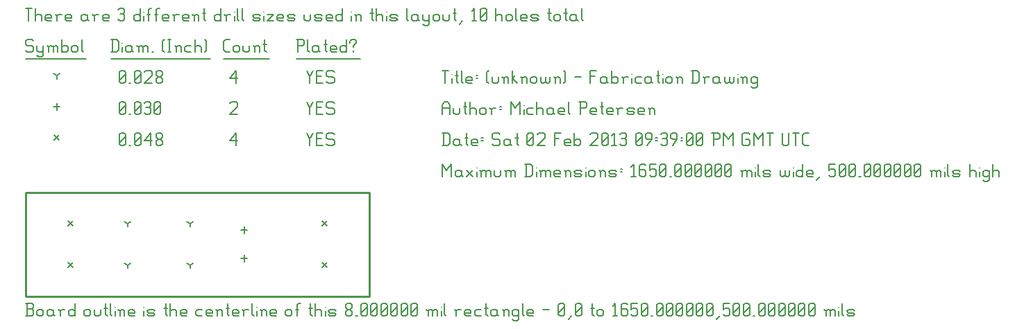
<source format=gbr>
G04 start of page 9 for group -3984 idx -3984 *
G04 Title: (unknown), fab *
G04 Creator: pcb 20110918 *
G04 CreationDate: Sat 02 Feb 2013 09:39:00 PM GMT UTC *
G04 For: petersen *
G04 Format: Gerber/RS-274X *
G04 PCB-Dimensions: 165000 50000 *
G04 PCB-Coordinate-Origin: lower left *
%MOIN*%
%FSLAX25Y25*%
%LNFAB*%
%ADD39C,0.0100*%
%ADD38C,0.0075*%
%ADD37C,0.0060*%
%ADD36C,0.0080*%
G54D36*X20300Y36200D02*X22700Y33800D01*
X20300D02*X22700Y36200D01*
X20300Y16200D02*X22700Y13800D01*
X20300D02*X22700Y16200D01*
X142300D02*X144700Y13800D01*
X142300D02*X144700Y16200D01*
X142300Y36200D02*X144700Y33800D01*
X142300D02*X144700Y36200D01*
X13800Y77450D02*X16200Y75050D01*
X13800D02*X16200Y77450D01*
G54D37*X135000Y78500D02*X136500Y75500D01*
X138000Y78500D01*
X136500Y75500D02*Y72500D01*
X139800Y75800D02*X142050D01*
X139800Y72500D02*X142800D01*
X139800Y78500D02*Y72500D01*
Y78500D02*X142800D01*
X147600D02*X148350Y77750D01*
X145350Y78500D02*X147600D01*
X144600Y77750D02*X145350Y78500D01*
X144600Y77750D02*Y76250D01*
X145350Y75500D01*
X147600D01*
X148350Y74750D01*
Y73250D01*
X147600Y72500D02*X148350Y73250D01*
X145350Y72500D02*X147600D01*
X144600Y73250D02*X145350Y72500D01*
X98000Y74750D02*X101000Y78500D01*
X98000Y74750D02*X101750D01*
X101000Y78500D02*Y72500D01*
X45000Y73250D02*X45750Y72500D01*
X45000Y77750D02*Y73250D01*
Y77750D02*X45750Y78500D01*
X47250D01*
X48000Y77750D01*
Y73250D01*
X47250Y72500D02*X48000Y73250D01*
X45750Y72500D02*X47250D01*
X45000Y74000D02*X48000Y77000D01*
X49800Y72500D02*X50550D01*
X52350Y73250D02*X53100Y72500D01*
X52350Y77750D02*Y73250D01*
Y77750D02*X53100Y78500D01*
X54600D01*
X55350Y77750D01*
Y73250D01*
X54600Y72500D02*X55350Y73250D01*
X53100Y72500D02*X54600D01*
X52350Y74000D02*X55350Y77000D01*
X57150Y74750D02*X60150Y78500D01*
X57150Y74750D02*X60900D01*
X60150Y78500D02*Y72500D01*
X62700Y73250D02*X63450Y72500D01*
X62700Y74450D02*Y73250D01*
Y74450D02*X63750Y75500D01*
X64650D01*
X65700Y74450D01*
Y73250D01*
X64950Y72500D02*X65700Y73250D01*
X63450Y72500D02*X64950D01*
X62700Y76550D02*X63750Y75500D01*
X62700Y77750D02*Y76550D01*
Y77750D02*X63450Y78500D01*
X64950D01*
X65700Y77750D01*
Y76550D01*
X64650Y75500D02*X65700Y76550D01*
X105000Y19700D02*Y16500D01*
X103400Y18100D02*X106600D01*
X105000Y33500D02*Y30300D01*
X103400Y31900D02*X106600D01*
X15000Y92850D02*Y89650D01*
X13400Y91250D02*X16600D01*
X135000Y93500D02*X136500Y90500D01*
X138000Y93500D01*
X136500Y90500D02*Y87500D01*
X139800Y90800D02*X142050D01*
X139800Y87500D02*X142800D01*
X139800Y93500D02*Y87500D01*
Y93500D02*X142800D01*
X147600D02*X148350Y92750D01*
X145350Y93500D02*X147600D01*
X144600Y92750D02*X145350Y93500D01*
X144600Y92750D02*Y91250D01*
X145350Y90500D01*
X147600D01*
X148350Y89750D01*
Y88250D01*
X147600Y87500D02*X148350Y88250D01*
X145350Y87500D02*X147600D01*
X144600Y88250D02*X145350Y87500D01*
X98000Y92750D02*X98750Y93500D01*
X101000D01*
X101750Y92750D01*
Y91250D01*
X98000Y87500D02*X101750Y91250D01*
X98000Y87500D02*X101750D01*
X45000Y88250D02*X45750Y87500D01*
X45000Y92750D02*Y88250D01*
Y92750D02*X45750Y93500D01*
X47250D01*
X48000Y92750D01*
Y88250D01*
X47250Y87500D02*X48000Y88250D01*
X45750Y87500D02*X47250D01*
X45000Y89000D02*X48000Y92000D01*
X49800Y87500D02*X50550D01*
X52350Y88250D02*X53100Y87500D01*
X52350Y92750D02*Y88250D01*
Y92750D02*X53100Y93500D01*
X54600D01*
X55350Y92750D01*
Y88250D01*
X54600Y87500D02*X55350Y88250D01*
X53100Y87500D02*X54600D01*
X52350Y89000D02*X55350Y92000D01*
X57150Y92750D02*X57900Y93500D01*
X59400D01*
X60150Y92750D01*
X59400Y87500D02*X60150Y88250D01*
X57900Y87500D02*X59400D01*
X57150Y88250D02*X57900Y87500D01*
Y90800D02*X59400D01*
X60150Y92750D02*Y91550D01*
Y90050D02*Y88250D01*
Y90050D02*X59400Y90800D01*
X60150Y91550D02*X59400Y90800D01*
X61950Y88250D02*X62700Y87500D01*
X61950Y92750D02*Y88250D01*
Y92750D02*X62700Y93500D01*
X64200D01*
X64950Y92750D01*
Y88250D01*
X64200Y87500D02*X64950Y88250D01*
X62700Y87500D02*X64200D01*
X61950Y89000D02*X64950Y92000D01*
X49000Y35000D02*Y33400D01*
Y35000D02*X50387Y35800D01*
X49000Y35000D02*X47613Y35800D01*
X49000Y15000D02*Y13400D01*
Y15000D02*X50387Y15800D01*
X49000Y15000D02*X47613Y15800D01*
X79000Y15000D02*Y13400D01*
Y15000D02*X80387Y15800D01*
X79000Y15000D02*X77613Y15800D01*
X79000Y35000D02*Y33400D01*
Y35000D02*X80387Y35800D01*
X79000Y35000D02*X77613Y35800D01*
X15000Y106250D02*Y104650D01*
Y106250D02*X16387Y107050D01*
X15000Y106250D02*X13613Y107050D01*
X135000Y108500D02*X136500Y105500D01*
X138000Y108500D01*
X136500Y105500D02*Y102500D01*
X139800Y105800D02*X142050D01*
X139800Y102500D02*X142800D01*
X139800Y108500D02*Y102500D01*
Y108500D02*X142800D01*
X147600D02*X148350Y107750D01*
X145350Y108500D02*X147600D01*
X144600Y107750D02*X145350Y108500D01*
X144600Y107750D02*Y106250D01*
X145350Y105500D01*
X147600D01*
X148350Y104750D01*
Y103250D01*
X147600Y102500D02*X148350Y103250D01*
X145350Y102500D02*X147600D01*
X144600Y103250D02*X145350Y102500D01*
X98000Y104750D02*X101000Y108500D01*
X98000Y104750D02*X101750D01*
X101000Y108500D02*Y102500D01*
X45000Y103250D02*X45750Y102500D01*
X45000Y107750D02*Y103250D01*
Y107750D02*X45750Y108500D01*
X47250D01*
X48000Y107750D01*
Y103250D01*
X47250Y102500D02*X48000Y103250D01*
X45750Y102500D02*X47250D01*
X45000Y104000D02*X48000Y107000D01*
X49800Y102500D02*X50550D01*
X52350Y103250D02*X53100Y102500D01*
X52350Y107750D02*Y103250D01*
Y107750D02*X53100Y108500D01*
X54600D01*
X55350Y107750D01*
Y103250D01*
X54600Y102500D02*X55350Y103250D01*
X53100Y102500D02*X54600D01*
X52350Y104000D02*X55350Y107000D01*
X57150Y107750D02*X57900Y108500D01*
X60150D01*
X60900Y107750D01*
Y106250D01*
X57150Y102500D02*X60900Y106250D01*
X57150Y102500D02*X60900D01*
X62700Y103250D02*X63450Y102500D01*
X62700Y104450D02*Y103250D01*
Y104450D02*X63750Y105500D01*
X64650D01*
X65700Y104450D01*
Y103250D01*
X64950Y102500D02*X65700Y103250D01*
X63450Y102500D02*X64950D01*
X62700Y106550D02*X63750Y105500D01*
X62700Y107750D02*Y106550D01*
Y107750D02*X63450Y108500D01*
X64950D01*
X65700Y107750D01*
Y106550D01*
X64650Y105500D02*X65700Y106550D01*
X3000Y123500D02*X3750Y122750D01*
X750Y123500D02*X3000D01*
X0Y122750D02*X750Y123500D01*
X0Y122750D02*Y121250D01*
X750Y120500D01*
X3000D01*
X3750Y119750D01*
Y118250D01*
X3000Y117500D02*X3750Y118250D01*
X750Y117500D02*X3000D01*
X0Y118250D02*X750Y117500D01*
X5550Y120500D02*Y118250D01*
X6300Y117500D01*
X8550Y120500D02*Y116000D01*
X7800Y115250D02*X8550Y116000D01*
X6300Y115250D02*X7800D01*
X5550Y116000D02*X6300Y115250D01*
Y117500D02*X7800D01*
X8550Y118250D01*
X11100Y119750D02*Y117500D01*
Y119750D02*X11850Y120500D01*
X12600D01*
X13350Y119750D01*
Y117500D01*
Y119750D02*X14100Y120500D01*
X14850D01*
X15600Y119750D01*
Y117500D01*
X10350Y120500D02*X11100Y119750D01*
X17400Y123500D02*Y117500D01*
Y118250D02*X18150Y117500D01*
X19650D01*
X20400Y118250D01*
Y119750D02*Y118250D01*
X19650Y120500D02*X20400Y119750D01*
X18150Y120500D02*X19650D01*
X17400Y119750D02*X18150Y120500D01*
X22200Y119750D02*Y118250D01*
Y119750D02*X22950Y120500D01*
X24450D01*
X25200Y119750D01*
Y118250D01*
X24450Y117500D02*X25200Y118250D01*
X22950Y117500D02*X24450D01*
X22200Y118250D02*X22950Y117500D01*
X27000Y123500D02*Y118250D01*
X27750Y117500D01*
X0Y114250D02*X29250D01*
X41750Y123500D02*Y117500D01*
X43700Y123500D02*X44750Y122450D01*
Y118550D01*
X43700Y117500D02*X44750Y118550D01*
X41000Y117500D02*X43700D01*
X41000Y123500D02*X43700D01*
G54D38*X46550Y122000D02*Y121850D01*
G54D37*Y119750D02*Y117500D01*
X50300Y120500D02*X51050Y119750D01*
X48800Y120500D02*X50300D01*
X48050Y119750D02*X48800Y120500D01*
X48050Y119750D02*Y118250D01*
X48800Y117500D01*
X51050Y120500D02*Y118250D01*
X51800Y117500D01*
X48800D02*X50300D01*
X51050Y118250D01*
X54350Y119750D02*Y117500D01*
Y119750D02*X55100Y120500D01*
X55850D01*
X56600Y119750D01*
Y117500D01*
Y119750D02*X57350Y120500D01*
X58100D01*
X58850Y119750D01*
Y117500D01*
X53600Y120500D02*X54350Y119750D01*
X60650Y117500D02*X61400D01*
X65900Y118250D02*X66650Y117500D01*
X65900Y122750D02*X66650Y123500D01*
X65900Y122750D02*Y118250D01*
X68450Y123500D02*X69950D01*
X69200D02*Y117500D01*
X68450D02*X69950D01*
X72500Y119750D02*Y117500D01*
Y119750D02*X73250Y120500D01*
X74000D01*
X74750Y119750D01*
Y117500D01*
X71750Y120500D02*X72500Y119750D01*
X77300Y120500D02*X79550D01*
X76550Y119750D02*X77300Y120500D01*
X76550Y119750D02*Y118250D01*
X77300Y117500D01*
X79550D01*
X81350Y123500D02*Y117500D01*
Y119750D02*X82100Y120500D01*
X83600D01*
X84350Y119750D01*
Y117500D01*
X86150Y123500D02*X86900Y122750D01*
Y118250D01*
X86150Y117500D02*X86900Y118250D01*
X41000Y114250D02*X88700D01*
X96050Y117500D02*X98000D01*
X95000Y118550D02*X96050Y117500D01*
X95000Y122450D02*Y118550D01*
Y122450D02*X96050Y123500D01*
X98000D01*
X99800Y119750D02*Y118250D01*
Y119750D02*X100550Y120500D01*
X102050D01*
X102800Y119750D01*
Y118250D01*
X102050Y117500D02*X102800Y118250D01*
X100550Y117500D02*X102050D01*
X99800Y118250D02*X100550Y117500D01*
X104600Y120500D02*Y118250D01*
X105350Y117500D01*
X106850D01*
X107600Y118250D01*
Y120500D02*Y118250D01*
X110150Y119750D02*Y117500D01*
Y119750D02*X110900Y120500D01*
X111650D01*
X112400Y119750D01*
Y117500D01*
X109400Y120500D02*X110150Y119750D01*
X114950Y123500D02*Y118250D01*
X115700Y117500D01*
X114200Y121250D02*X115700D01*
X95000Y114250D02*X117200D01*
X130750Y123500D02*Y117500D01*
X130000Y123500D02*X133000D01*
X133750Y122750D01*
Y121250D01*
X133000Y120500D02*X133750Y121250D01*
X130750Y120500D02*X133000D01*
X135550Y123500D02*Y118250D01*
X136300Y117500D01*
X140050Y120500D02*X140800Y119750D01*
X138550Y120500D02*X140050D01*
X137800Y119750D02*X138550Y120500D01*
X137800Y119750D02*Y118250D01*
X138550Y117500D01*
X140800Y120500D02*Y118250D01*
X141550Y117500D01*
X138550D02*X140050D01*
X140800Y118250D01*
X144100Y123500D02*Y118250D01*
X144850Y117500D01*
X143350Y121250D02*X144850D01*
X147100Y117500D02*X149350D01*
X146350Y118250D02*X147100Y117500D01*
X146350Y119750D02*Y118250D01*
Y119750D02*X147100Y120500D01*
X148600D01*
X149350Y119750D01*
X146350Y119000D02*X149350D01*
Y119750D02*Y119000D01*
X154150Y123500D02*Y117500D01*
X153400D02*X154150Y118250D01*
X151900Y117500D02*X153400D01*
X151150Y118250D02*X151900Y117500D01*
X151150Y119750D02*Y118250D01*
Y119750D02*X151900Y120500D01*
X153400D01*
X154150Y119750D01*
X157450Y120500D02*Y119750D01*
Y118250D02*Y117500D01*
X155950Y122750D02*Y122000D01*
Y122750D02*X156700Y123500D01*
X158200D01*
X158950Y122750D01*
Y122000D01*
X157450Y120500D02*X158950Y122000D01*
X130000Y114250D02*X160750D01*
X0Y138500D02*X3000D01*
X1500D02*Y132500D01*
X4800Y138500D02*Y132500D01*
Y134750D02*X5550Y135500D01*
X7050D01*
X7800Y134750D01*
Y132500D01*
X10350D02*X12600D01*
X9600Y133250D02*X10350Y132500D01*
X9600Y134750D02*Y133250D01*
Y134750D02*X10350Y135500D01*
X11850D01*
X12600Y134750D01*
X9600Y134000D02*X12600D01*
Y134750D02*Y134000D01*
X15150Y134750D02*Y132500D01*
Y134750D02*X15900Y135500D01*
X17400D01*
X14400D02*X15150Y134750D01*
X19950Y132500D02*X22200D01*
X19200Y133250D02*X19950Y132500D01*
X19200Y134750D02*Y133250D01*
Y134750D02*X19950Y135500D01*
X21450D01*
X22200Y134750D01*
X19200Y134000D02*X22200D01*
Y134750D02*Y134000D01*
X28950Y135500D02*X29700Y134750D01*
X27450Y135500D02*X28950D01*
X26700Y134750D02*X27450Y135500D01*
X26700Y134750D02*Y133250D01*
X27450Y132500D01*
X29700Y135500D02*Y133250D01*
X30450Y132500D01*
X27450D02*X28950D01*
X29700Y133250D01*
X33000Y134750D02*Y132500D01*
Y134750D02*X33750Y135500D01*
X35250D01*
X32250D02*X33000Y134750D01*
X37800Y132500D02*X40050D01*
X37050Y133250D02*X37800Y132500D01*
X37050Y134750D02*Y133250D01*
Y134750D02*X37800Y135500D01*
X39300D01*
X40050Y134750D01*
X37050Y134000D02*X40050D01*
Y134750D02*Y134000D01*
X44550Y137750D02*X45300Y138500D01*
X46800D01*
X47550Y137750D01*
X46800Y132500D02*X47550Y133250D01*
X45300Y132500D02*X46800D01*
X44550Y133250D02*X45300Y132500D01*
Y135800D02*X46800D01*
X47550Y137750D02*Y136550D01*
Y135050D02*Y133250D01*
Y135050D02*X46800Y135800D01*
X47550Y136550D02*X46800Y135800D01*
X55050Y138500D02*Y132500D01*
X54300D02*X55050Y133250D01*
X52800Y132500D02*X54300D01*
X52050Y133250D02*X52800Y132500D01*
X52050Y134750D02*Y133250D01*
Y134750D02*X52800Y135500D01*
X54300D01*
X55050Y134750D01*
G54D38*X56850Y137000D02*Y136850D01*
G54D37*Y134750D02*Y132500D01*
X59100Y137750D02*Y132500D01*
Y137750D02*X59850Y138500D01*
X60600D01*
X58350Y135500D02*X59850D01*
X62850Y137750D02*Y132500D01*
Y137750D02*X63600Y138500D01*
X64350D01*
X62100Y135500D02*X63600D01*
X66600Y132500D02*X68850D01*
X65850Y133250D02*X66600Y132500D01*
X65850Y134750D02*Y133250D01*
Y134750D02*X66600Y135500D01*
X68100D01*
X68850Y134750D01*
X65850Y134000D02*X68850D01*
Y134750D02*Y134000D01*
X71400Y134750D02*Y132500D01*
Y134750D02*X72150Y135500D01*
X73650D01*
X70650D02*X71400Y134750D01*
X76200Y132500D02*X78450D01*
X75450Y133250D02*X76200Y132500D01*
X75450Y134750D02*Y133250D01*
Y134750D02*X76200Y135500D01*
X77700D01*
X78450Y134750D01*
X75450Y134000D02*X78450D01*
Y134750D02*Y134000D01*
X81000Y134750D02*Y132500D01*
Y134750D02*X81750Y135500D01*
X82500D01*
X83250Y134750D01*
Y132500D01*
X80250Y135500D02*X81000Y134750D01*
X85800Y138500D02*Y133250D01*
X86550Y132500D01*
X85050Y136250D02*X86550D01*
X93750Y138500D02*Y132500D01*
X93000D02*X93750Y133250D01*
X91500Y132500D02*X93000D01*
X90750Y133250D02*X91500Y132500D01*
X90750Y134750D02*Y133250D01*
Y134750D02*X91500Y135500D01*
X93000D01*
X93750Y134750D01*
X96300D02*Y132500D01*
Y134750D02*X97050Y135500D01*
X98550D01*
X95550D02*X96300Y134750D01*
G54D38*X100350Y137000D02*Y136850D01*
G54D37*Y134750D02*Y132500D01*
X101850Y138500D02*Y133250D01*
X102600Y132500D01*
X104100Y138500D02*Y133250D01*
X104850Y132500D01*
X109800D02*X112050D01*
X112800Y133250D01*
X112050Y134000D02*X112800Y133250D01*
X109800Y134000D02*X112050D01*
X109050Y134750D02*X109800Y134000D01*
X109050Y134750D02*X109800Y135500D01*
X112050D01*
X112800Y134750D01*
X109050Y133250D02*X109800Y132500D01*
G54D38*X114600Y137000D02*Y136850D01*
G54D37*Y134750D02*Y132500D01*
X116100Y135500D02*X119100D01*
X116100Y132500D02*X119100Y135500D01*
X116100Y132500D02*X119100D01*
X121650D02*X123900D01*
X120900Y133250D02*X121650Y132500D01*
X120900Y134750D02*Y133250D01*
Y134750D02*X121650Y135500D01*
X123150D01*
X123900Y134750D01*
X120900Y134000D02*X123900D01*
Y134750D02*Y134000D01*
X126450Y132500D02*X128700D01*
X129450Y133250D01*
X128700Y134000D02*X129450Y133250D01*
X126450Y134000D02*X128700D01*
X125700Y134750D02*X126450Y134000D01*
X125700Y134750D02*X126450Y135500D01*
X128700D01*
X129450Y134750D01*
X125700Y133250D02*X126450Y132500D01*
X133950Y135500D02*Y133250D01*
X134700Y132500D01*
X136200D01*
X136950Y133250D01*
Y135500D02*Y133250D01*
X139500Y132500D02*X141750D01*
X142500Y133250D01*
X141750Y134000D02*X142500Y133250D01*
X139500Y134000D02*X141750D01*
X138750Y134750D02*X139500Y134000D01*
X138750Y134750D02*X139500Y135500D01*
X141750D01*
X142500Y134750D01*
X138750Y133250D02*X139500Y132500D01*
X145050D02*X147300D01*
X144300Y133250D02*X145050Y132500D01*
X144300Y134750D02*Y133250D01*
Y134750D02*X145050Y135500D01*
X146550D01*
X147300Y134750D01*
X144300Y134000D02*X147300D01*
Y134750D02*Y134000D01*
X152100Y138500D02*Y132500D01*
X151350D02*X152100Y133250D01*
X149850Y132500D02*X151350D01*
X149100Y133250D02*X149850Y132500D01*
X149100Y134750D02*Y133250D01*
Y134750D02*X149850Y135500D01*
X151350D01*
X152100Y134750D01*
G54D38*X156600Y137000D02*Y136850D01*
G54D37*Y134750D02*Y132500D01*
X158850Y134750D02*Y132500D01*
Y134750D02*X159600Y135500D01*
X160350D01*
X161100Y134750D01*
Y132500D01*
X158100Y135500D02*X158850Y134750D01*
X166350Y138500D02*Y133250D01*
X167100Y132500D01*
X165600Y136250D02*X167100D01*
X168600Y138500D02*Y132500D01*
Y134750D02*X169350Y135500D01*
X170850D01*
X171600Y134750D01*
Y132500D01*
G54D38*X173400Y137000D02*Y136850D01*
G54D37*Y134750D02*Y132500D01*
X175650D02*X177900D01*
X178650Y133250D01*
X177900Y134000D02*X178650Y133250D01*
X175650Y134000D02*X177900D01*
X174900Y134750D02*X175650Y134000D01*
X174900Y134750D02*X175650Y135500D01*
X177900D01*
X178650Y134750D01*
X174900Y133250D02*X175650Y132500D01*
X183150Y138500D02*Y133250D01*
X183900Y132500D01*
X187650Y135500D02*X188400Y134750D01*
X186150Y135500D02*X187650D01*
X185400Y134750D02*X186150Y135500D01*
X185400Y134750D02*Y133250D01*
X186150Y132500D01*
X188400Y135500D02*Y133250D01*
X189150Y132500D01*
X186150D02*X187650D01*
X188400Y133250D01*
X190950Y135500D02*Y133250D01*
X191700Y132500D01*
X193950Y135500D02*Y131000D01*
X193200Y130250D02*X193950Y131000D01*
X191700Y130250D02*X193200D01*
X190950Y131000D02*X191700Y130250D01*
Y132500D02*X193200D01*
X193950Y133250D01*
X195750Y134750D02*Y133250D01*
Y134750D02*X196500Y135500D01*
X198000D01*
X198750Y134750D01*
Y133250D01*
X198000Y132500D02*X198750Y133250D01*
X196500Y132500D02*X198000D01*
X195750Y133250D02*X196500Y132500D01*
X200550Y135500D02*Y133250D01*
X201300Y132500D01*
X202800D01*
X203550Y133250D01*
Y135500D02*Y133250D01*
X206100Y138500D02*Y133250D01*
X206850Y132500D01*
X205350Y136250D02*X206850D01*
X208350Y131000D02*X209850Y132500D01*
X214350Y137300D02*X215550Y138500D01*
Y132500D01*
X214350D02*X216600D01*
X218400Y133250D02*X219150Y132500D01*
X218400Y137750D02*Y133250D01*
Y137750D02*X219150Y138500D01*
X220650D01*
X221400Y137750D01*
Y133250D01*
X220650Y132500D02*X221400Y133250D01*
X219150Y132500D02*X220650D01*
X218400Y134000D02*X221400Y137000D01*
X225900Y138500D02*Y132500D01*
Y134750D02*X226650Y135500D01*
X228150D01*
X228900Y134750D01*
Y132500D01*
X230700Y134750D02*Y133250D01*
Y134750D02*X231450Y135500D01*
X232950D01*
X233700Y134750D01*
Y133250D01*
X232950Y132500D02*X233700Y133250D01*
X231450Y132500D02*X232950D01*
X230700Y133250D02*X231450Y132500D01*
X235500Y138500D02*Y133250D01*
X236250Y132500D01*
X238500D02*X240750D01*
X237750Y133250D02*X238500Y132500D01*
X237750Y134750D02*Y133250D01*
Y134750D02*X238500Y135500D01*
X240000D01*
X240750Y134750D01*
X237750Y134000D02*X240750D01*
Y134750D02*Y134000D01*
X243300Y132500D02*X245550D01*
X246300Y133250D01*
X245550Y134000D02*X246300Y133250D01*
X243300Y134000D02*X245550D01*
X242550Y134750D02*X243300Y134000D01*
X242550Y134750D02*X243300Y135500D01*
X245550D01*
X246300Y134750D01*
X242550Y133250D02*X243300Y132500D01*
X251550Y138500D02*Y133250D01*
X252300Y132500D01*
X250800Y136250D02*X252300D01*
X253800Y134750D02*Y133250D01*
Y134750D02*X254550Y135500D01*
X256050D01*
X256800Y134750D01*
Y133250D01*
X256050Y132500D02*X256800Y133250D01*
X254550Y132500D02*X256050D01*
X253800Y133250D02*X254550Y132500D01*
X259350Y138500D02*Y133250D01*
X260100Y132500D01*
X258600Y136250D02*X260100D01*
X263850Y135500D02*X264600Y134750D01*
X262350Y135500D02*X263850D01*
X261600Y134750D02*X262350Y135500D01*
X261600Y134750D02*Y133250D01*
X262350Y132500D01*
X264600Y135500D02*Y133250D01*
X265350Y132500D01*
X262350D02*X263850D01*
X264600Y133250D01*
X267150Y138500D02*Y133250D01*
X267900Y132500D01*
G54D39*X0Y50000D02*X165000D01*
X0D02*Y0D01*
X165000Y50000D02*Y0D01*
X0D02*X165000D01*
G54D37*X200000Y63500D02*Y57500D01*
Y63500D02*X202250Y60500D01*
X204500Y63500D01*
Y57500D01*
X208550Y60500D02*X209300Y59750D01*
X207050Y60500D02*X208550D01*
X206300Y59750D02*X207050Y60500D01*
X206300Y59750D02*Y58250D01*
X207050Y57500D01*
X209300Y60500D02*Y58250D01*
X210050Y57500D01*
X207050D02*X208550D01*
X209300Y58250D01*
X211850Y60500D02*X214850Y57500D01*
X211850D02*X214850Y60500D01*
G54D38*X216650Y62000D02*Y61850D01*
G54D37*Y59750D02*Y57500D01*
X218900Y59750D02*Y57500D01*
Y59750D02*X219650Y60500D01*
X220400D01*
X221150Y59750D01*
Y57500D01*
Y59750D02*X221900Y60500D01*
X222650D01*
X223400Y59750D01*
Y57500D01*
X218150Y60500D02*X218900Y59750D01*
X225200Y60500D02*Y58250D01*
X225950Y57500D01*
X227450D01*
X228200Y58250D01*
Y60500D02*Y58250D01*
X230750Y59750D02*Y57500D01*
Y59750D02*X231500Y60500D01*
X232250D01*
X233000Y59750D01*
Y57500D01*
Y59750D02*X233750Y60500D01*
X234500D01*
X235250Y59750D01*
Y57500D01*
X230000Y60500D02*X230750Y59750D01*
X240500Y63500D02*Y57500D01*
X242450Y63500D02*X243500Y62450D01*
Y58550D01*
X242450Y57500D02*X243500Y58550D01*
X239750Y57500D02*X242450D01*
X239750Y63500D02*X242450D01*
G54D38*X245300Y62000D02*Y61850D01*
G54D37*Y59750D02*Y57500D01*
X247550Y59750D02*Y57500D01*
Y59750D02*X248300Y60500D01*
X249050D01*
X249800Y59750D01*
Y57500D01*
Y59750D02*X250550Y60500D01*
X251300D01*
X252050Y59750D01*
Y57500D01*
X246800Y60500D02*X247550Y59750D01*
X254600Y57500D02*X256850D01*
X253850Y58250D02*X254600Y57500D01*
X253850Y59750D02*Y58250D01*
Y59750D02*X254600Y60500D01*
X256100D01*
X256850Y59750D01*
X253850Y59000D02*X256850D01*
Y59750D02*Y59000D01*
X259400Y59750D02*Y57500D01*
Y59750D02*X260150Y60500D01*
X260900D01*
X261650Y59750D01*
Y57500D01*
X258650Y60500D02*X259400Y59750D01*
X264200Y57500D02*X266450D01*
X267200Y58250D01*
X266450Y59000D02*X267200Y58250D01*
X264200Y59000D02*X266450D01*
X263450Y59750D02*X264200Y59000D01*
X263450Y59750D02*X264200Y60500D01*
X266450D01*
X267200Y59750D01*
X263450Y58250D02*X264200Y57500D01*
G54D38*X269000Y62000D02*Y61850D01*
G54D37*Y59750D02*Y57500D01*
X270500Y59750D02*Y58250D01*
Y59750D02*X271250Y60500D01*
X272750D01*
X273500Y59750D01*
Y58250D01*
X272750Y57500D02*X273500Y58250D01*
X271250Y57500D02*X272750D01*
X270500Y58250D02*X271250Y57500D01*
X276050Y59750D02*Y57500D01*
Y59750D02*X276800Y60500D01*
X277550D01*
X278300Y59750D01*
Y57500D01*
X275300Y60500D02*X276050Y59750D01*
X280850Y57500D02*X283100D01*
X283850Y58250D01*
X283100Y59000D02*X283850Y58250D01*
X280850Y59000D02*X283100D01*
X280100Y59750D02*X280850Y59000D01*
X280100Y59750D02*X280850Y60500D01*
X283100D01*
X283850Y59750D01*
X280100Y58250D02*X280850Y57500D01*
X285650Y61250D02*X286400D01*
X285650Y59750D02*X286400D01*
X290900Y62300D02*X292100Y63500D01*
Y57500D01*
X290900D02*X293150D01*
X297200Y63500D02*X297950Y62750D01*
X295700Y63500D02*X297200D01*
X294950Y62750D02*X295700Y63500D01*
X294950Y62750D02*Y58250D01*
X295700Y57500D01*
X297200Y60800D02*X297950Y60050D01*
X294950Y60800D02*X297200D01*
X295700Y57500D02*X297200D01*
X297950Y58250D01*
Y60050D02*Y58250D01*
X299750Y63500D02*X302750D01*
X299750D02*Y60500D01*
X300500Y61250D01*
X302000D01*
X302750Y60500D01*
Y58250D01*
X302000Y57500D02*X302750Y58250D01*
X300500Y57500D02*X302000D01*
X299750Y58250D02*X300500Y57500D01*
X304550Y58250D02*X305300Y57500D01*
X304550Y62750D02*Y58250D01*
Y62750D02*X305300Y63500D01*
X306800D01*
X307550Y62750D01*
Y58250D01*
X306800Y57500D02*X307550Y58250D01*
X305300Y57500D02*X306800D01*
X304550Y59000D02*X307550Y62000D01*
X309350Y57500D02*X310100D01*
X311900Y58250D02*X312650Y57500D01*
X311900Y62750D02*Y58250D01*
Y62750D02*X312650Y63500D01*
X314150D01*
X314900Y62750D01*
Y58250D01*
X314150Y57500D02*X314900Y58250D01*
X312650Y57500D02*X314150D01*
X311900Y59000D02*X314900Y62000D01*
X316700Y58250D02*X317450Y57500D01*
X316700Y62750D02*Y58250D01*
Y62750D02*X317450Y63500D01*
X318950D01*
X319700Y62750D01*
Y58250D01*
X318950Y57500D02*X319700Y58250D01*
X317450Y57500D02*X318950D01*
X316700Y59000D02*X319700Y62000D01*
X321500Y58250D02*X322250Y57500D01*
X321500Y62750D02*Y58250D01*
Y62750D02*X322250Y63500D01*
X323750D01*
X324500Y62750D01*
Y58250D01*
X323750Y57500D02*X324500Y58250D01*
X322250Y57500D02*X323750D01*
X321500Y59000D02*X324500Y62000D01*
X326300Y58250D02*X327050Y57500D01*
X326300Y62750D02*Y58250D01*
Y62750D02*X327050Y63500D01*
X328550D01*
X329300Y62750D01*
Y58250D01*
X328550Y57500D02*X329300Y58250D01*
X327050Y57500D02*X328550D01*
X326300Y59000D02*X329300Y62000D01*
X331100Y58250D02*X331850Y57500D01*
X331100Y62750D02*Y58250D01*
Y62750D02*X331850Y63500D01*
X333350D01*
X334100Y62750D01*
Y58250D01*
X333350Y57500D02*X334100Y58250D01*
X331850Y57500D02*X333350D01*
X331100Y59000D02*X334100Y62000D01*
X335900Y58250D02*X336650Y57500D01*
X335900Y62750D02*Y58250D01*
Y62750D02*X336650Y63500D01*
X338150D01*
X338900Y62750D01*
Y58250D01*
X338150Y57500D02*X338900Y58250D01*
X336650Y57500D02*X338150D01*
X335900Y59000D02*X338900Y62000D01*
X344150Y59750D02*Y57500D01*
Y59750D02*X344900Y60500D01*
X345650D01*
X346400Y59750D01*
Y57500D01*
Y59750D02*X347150Y60500D01*
X347900D01*
X348650Y59750D01*
Y57500D01*
X343400Y60500D02*X344150Y59750D01*
G54D38*X350450Y62000D02*Y61850D01*
G54D37*Y59750D02*Y57500D01*
X351950Y63500D02*Y58250D01*
X352700Y57500D01*
X354950D02*X357200D01*
X357950Y58250D01*
X357200Y59000D02*X357950Y58250D01*
X354950Y59000D02*X357200D01*
X354200Y59750D02*X354950Y59000D01*
X354200Y59750D02*X354950Y60500D01*
X357200D01*
X357950Y59750D01*
X354200Y58250D02*X354950Y57500D01*
X362450Y60500D02*Y58250D01*
X363200Y57500D01*
X363950D01*
X364700Y58250D01*
Y60500D02*Y58250D01*
X365450Y57500D01*
X366200D01*
X366950Y58250D01*
Y60500D02*Y58250D01*
G54D38*X368750Y62000D02*Y61850D01*
G54D37*Y59750D02*Y57500D01*
X373250Y63500D02*Y57500D01*
X372500D02*X373250Y58250D01*
X371000Y57500D02*X372500D01*
X370250Y58250D02*X371000Y57500D01*
X370250Y59750D02*Y58250D01*
Y59750D02*X371000Y60500D01*
X372500D01*
X373250Y59750D01*
X375800Y57500D02*X378050D01*
X375050Y58250D02*X375800Y57500D01*
X375050Y59750D02*Y58250D01*
Y59750D02*X375800Y60500D01*
X377300D01*
X378050Y59750D01*
X375050Y59000D02*X378050D01*
Y59750D02*Y59000D01*
X379850Y56000D02*X381350Y57500D01*
X385850Y63500D02*X388850D01*
X385850D02*Y60500D01*
X386600Y61250D01*
X388100D01*
X388850Y60500D01*
Y58250D01*
X388100Y57500D02*X388850Y58250D01*
X386600Y57500D02*X388100D01*
X385850Y58250D02*X386600Y57500D01*
X390650Y58250D02*X391400Y57500D01*
X390650Y62750D02*Y58250D01*
Y62750D02*X391400Y63500D01*
X392900D01*
X393650Y62750D01*
Y58250D01*
X392900Y57500D02*X393650Y58250D01*
X391400Y57500D02*X392900D01*
X390650Y59000D02*X393650Y62000D01*
X395450Y58250D02*X396200Y57500D01*
X395450Y62750D02*Y58250D01*
Y62750D02*X396200Y63500D01*
X397700D01*
X398450Y62750D01*
Y58250D01*
X397700Y57500D02*X398450Y58250D01*
X396200Y57500D02*X397700D01*
X395450Y59000D02*X398450Y62000D01*
X400250Y57500D02*X401000D01*
X402800Y58250D02*X403550Y57500D01*
X402800Y62750D02*Y58250D01*
Y62750D02*X403550Y63500D01*
X405050D01*
X405800Y62750D01*
Y58250D01*
X405050Y57500D02*X405800Y58250D01*
X403550Y57500D02*X405050D01*
X402800Y59000D02*X405800Y62000D01*
X407600Y58250D02*X408350Y57500D01*
X407600Y62750D02*Y58250D01*
Y62750D02*X408350Y63500D01*
X409850D01*
X410600Y62750D01*
Y58250D01*
X409850Y57500D02*X410600Y58250D01*
X408350Y57500D02*X409850D01*
X407600Y59000D02*X410600Y62000D01*
X412400Y58250D02*X413150Y57500D01*
X412400Y62750D02*Y58250D01*
Y62750D02*X413150Y63500D01*
X414650D01*
X415400Y62750D01*
Y58250D01*
X414650Y57500D02*X415400Y58250D01*
X413150Y57500D02*X414650D01*
X412400Y59000D02*X415400Y62000D01*
X417200Y58250D02*X417950Y57500D01*
X417200Y62750D02*Y58250D01*
Y62750D02*X417950Y63500D01*
X419450D01*
X420200Y62750D01*
Y58250D01*
X419450Y57500D02*X420200Y58250D01*
X417950Y57500D02*X419450D01*
X417200Y59000D02*X420200Y62000D01*
X422000Y58250D02*X422750Y57500D01*
X422000Y62750D02*Y58250D01*
Y62750D02*X422750Y63500D01*
X424250D01*
X425000Y62750D01*
Y58250D01*
X424250Y57500D02*X425000Y58250D01*
X422750Y57500D02*X424250D01*
X422000Y59000D02*X425000Y62000D01*
X426800Y58250D02*X427550Y57500D01*
X426800Y62750D02*Y58250D01*
Y62750D02*X427550Y63500D01*
X429050D01*
X429800Y62750D01*
Y58250D01*
X429050Y57500D02*X429800Y58250D01*
X427550Y57500D02*X429050D01*
X426800Y59000D02*X429800Y62000D01*
X435050Y59750D02*Y57500D01*
Y59750D02*X435800Y60500D01*
X436550D01*
X437300Y59750D01*
Y57500D01*
Y59750D02*X438050Y60500D01*
X438800D01*
X439550Y59750D01*
Y57500D01*
X434300Y60500D02*X435050Y59750D01*
G54D38*X441350Y62000D02*Y61850D01*
G54D37*Y59750D02*Y57500D01*
X442850Y63500D02*Y58250D01*
X443600Y57500D01*
X445850D02*X448100D01*
X448850Y58250D01*
X448100Y59000D02*X448850Y58250D01*
X445850Y59000D02*X448100D01*
X445100Y59750D02*X445850Y59000D01*
X445100Y59750D02*X445850Y60500D01*
X448100D01*
X448850Y59750D01*
X445100Y58250D02*X445850Y57500D01*
X453350Y63500D02*Y57500D01*
Y59750D02*X454100Y60500D01*
X455600D01*
X456350Y59750D01*
Y57500D01*
G54D38*X458150Y62000D02*Y61850D01*
G54D37*Y59750D02*Y57500D01*
X461900Y60500D02*X462650Y59750D01*
X460400Y60500D02*X461900D01*
X459650Y59750D02*X460400Y60500D01*
X459650Y59750D02*Y58250D01*
X460400Y57500D01*
X461900D01*
X462650Y58250D01*
X459650Y56000D02*X460400Y55250D01*
X461900D01*
X462650Y56000D01*
Y60500D02*Y56000D01*
X464450Y63500D02*Y57500D01*
Y59750D02*X465200Y60500D01*
X466700D01*
X467450Y59750D01*
Y57500D01*
X0Y-9500D02*X3000D01*
X3750Y-8750D01*
Y-6950D02*Y-8750D01*
X3000Y-6200D02*X3750Y-6950D01*
X750Y-6200D02*X3000D01*
X750Y-3500D02*Y-9500D01*
X0Y-3500D02*X3000D01*
X3750Y-4250D01*
Y-5450D01*
X3000Y-6200D02*X3750Y-5450D01*
X5550Y-7250D02*Y-8750D01*
Y-7250D02*X6300Y-6500D01*
X7800D01*
X8550Y-7250D01*
Y-8750D01*
X7800Y-9500D02*X8550Y-8750D01*
X6300Y-9500D02*X7800D01*
X5550Y-8750D02*X6300Y-9500D01*
X12600Y-6500D02*X13350Y-7250D01*
X11100Y-6500D02*X12600D01*
X10350Y-7250D02*X11100Y-6500D01*
X10350Y-7250D02*Y-8750D01*
X11100Y-9500D01*
X13350Y-6500D02*Y-8750D01*
X14100Y-9500D01*
X11100D02*X12600D01*
X13350Y-8750D01*
X16650Y-7250D02*Y-9500D01*
Y-7250D02*X17400Y-6500D01*
X18900D01*
X15900D02*X16650Y-7250D01*
X23700Y-3500D02*Y-9500D01*
X22950D02*X23700Y-8750D01*
X21450Y-9500D02*X22950D01*
X20700Y-8750D02*X21450Y-9500D01*
X20700Y-7250D02*Y-8750D01*
Y-7250D02*X21450Y-6500D01*
X22950D01*
X23700Y-7250D01*
X28200D02*Y-8750D01*
Y-7250D02*X28950Y-6500D01*
X30450D01*
X31200Y-7250D01*
Y-8750D01*
X30450Y-9500D02*X31200Y-8750D01*
X28950Y-9500D02*X30450D01*
X28200Y-8750D02*X28950Y-9500D01*
X33000Y-6500D02*Y-8750D01*
X33750Y-9500D01*
X35250D01*
X36000Y-8750D01*
Y-6500D02*Y-8750D01*
X38550Y-3500D02*Y-8750D01*
X39300Y-9500D01*
X37800Y-5750D02*X39300D01*
X40800Y-3500D02*Y-8750D01*
X41550Y-9500D01*
G54D38*X43050Y-5000D02*Y-5150D01*
G54D37*Y-7250D02*Y-9500D01*
X45300Y-7250D02*Y-9500D01*
Y-7250D02*X46050Y-6500D01*
X46800D01*
X47550Y-7250D01*
Y-9500D01*
X44550Y-6500D02*X45300Y-7250D01*
X50100Y-9500D02*X52350D01*
X49350Y-8750D02*X50100Y-9500D01*
X49350Y-7250D02*Y-8750D01*
Y-7250D02*X50100Y-6500D01*
X51600D01*
X52350Y-7250D01*
X49350Y-8000D02*X52350D01*
Y-7250D02*Y-8000D01*
G54D38*X56850Y-5000D02*Y-5150D01*
G54D37*Y-7250D02*Y-9500D01*
X59100D02*X61350D01*
X62100Y-8750D01*
X61350Y-8000D02*X62100Y-8750D01*
X59100Y-8000D02*X61350D01*
X58350Y-7250D02*X59100Y-8000D01*
X58350Y-7250D02*X59100Y-6500D01*
X61350D01*
X62100Y-7250D01*
X58350Y-8750D02*X59100Y-9500D01*
X67350Y-3500D02*Y-8750D01*
X68100Y-9500D01*
X66600Y-5750D02*X68100D01*
X69600Y-3500D02*Y-9500D01*
Y-7250D02*X70350Y-6500D01*
X71850D01*
X72600Y-7250D01*
Y-9500D01*
X75150D02*X77400D01*
X74400Y-8750D02*X75150Y-9500D01*
X74400Y-7250D02*Y-8750D01*
Y-7250D02*X75150Y-6500D01*
X76650D01*
X77400Y-7250D01*
X74400Y-8000D02*X77400D01*
Y-7250D02*Y-8000D01*
X82650Y-6500D02*X84900D01*
X81900Y-7250D02*X82650Y-6500D01*
X81900Y-7250D02*Y-8750D01*
X82650Y-9500D01*
X84900D01*
X87450D02*X89700D01*
X86700Y-8750D02*X87450Y-9500D01*
X86700Y-7250D02*Y-8750D01*
Y-7250D02*X87450Y-6500D01*
X88950D01*
X89700Y-7250D01*
X86700Y-8000D02*X89700D01*
Y-7250D02*Y-8000D01*
X92250Y-7250D02*Y-9500D01*
Y-7250D02*X93000Y-6500D01*
X93750D01*
X94500Y-7250D01*
Y-9500D01*
X91500Y-6500D02*X92250Y-7250D01*
X97050Y-3500D02*Y-8750D01*
X97800Y-9500D01*
X96300Y-5750D02*X97800D01*
X100050Y-9500D02*X102300D01*
X99300Y-8750D02*X100050Y-9500D01*
X99300Y-7250D02*Y-8750D01*
Y-7250D02*X100050Y-6500D01*
X101550D01*
X102300Y-7250D01*
X99300Y-8000D02*X102300D01*
Y-7250D02*Y-8000D01*
X104850Y-7250D02*Y-9500D01*
Y-7250D02*X105600Y-6500D01*
X107100D01*
X104100D02*X104850Y-7250D01*
X108900Y-3500D02*Y-8750D01*
X109650Y-9500D01*
G54D38*X111150Y-5000D02*Y-5150D01*
G54D37*Y-7250D02*Y-9500D01*
X113400Y-7250D02*Y-9500D01*
Y-7250D02*X114150Y-6500D01*
X114900D01*
X115650Y-7250D01*
Y-9500D01*
X112650Y-6500D02*X113400Y-7250D01*
X118200Y-9500D02*X120450D01*
X117450Y-8750D02*X118200Y-9500D01*
X117450Y-7250D02*Y-8750D01*
Y-7250D02*X118200Y-6500D01*
X119700D01*
X120450Y-7250D01*
X117450Y-8000D02*X120450D01*
Y-7250D02*Y-8000D01*
X124950Y-7250D02*Y-8750D01*
Y-7250D02*X125700Y-6500D01*
X127200D01*
X127950Y-7250D01*
Y-8750D01*
X127200Y-9500D02*X127950Y-8750D01*
X125700Y-9500D02*X127200D01*
X124950Y-8750D02*X125700Y-9500D01*
X130500Y-4250D02*Y-9500D01*
Y-4250D02*X131250Y-3500D01*
X132000D01*
X129750Y-6500D02*X131250D01*
X136950Y-3500D02*Y-8750D01*
X137700Y-9500D01*
X136200Y-5750D02*X137700D01*
X139200Y-3500D02*Y-9500D01*
Y-7250D02*X139950Y-6500D01*
X141450D01*
X142200Y-7250D01*
Y-9500D01*
G54D38*X144000Y-5000D02*Y-5150D01*
G54D37*Y-7250D02*Y-9500D01*
X146250D02*X148500D01*
X149250Y-8750D01*
X148500Y-8000D02*X149250Y-8750D01*
X146250Y-8000D02*X148500D01*
X145500Y-7250D02*X146250Y-8000D01*
X145500Y-7250D02*X146250Y-6500D01*
X148500D01*
X149250Y-7250D01*
X145500Y-8750D02*X146250Y-9500D01*
X153750Y-8750D02*X154500Y-9500D01*
X153750Y-7550D02*Y-8750D01*
Y-7550D02*X154800Y-6500D01*
X155700D01*
X156750Y-7550D01*
Y-8750D01*
X156000Y-9500D02*X156750Y-8750D01*
X154500Y-9500D02*X156000D01*
X153750Y-5450D02*X154800Y-6500D01*
X153750Y-4250D02*Y-5450D01*
Y-4250D02*X154500Y-3500D01*
X156000D01*
X156750Y-4250D01*
Y-5450D01*
X155700Y-6500D02*X156750Y-5450D01*
X158550Y-9500D02*X159300D01*
X161100Y-8750D02*X161850Y-9500D01*
X161100Y-4250D02*Y-8750D01*
Y-4250D02*X161850Y-3500D01*
X163350D01*
X164100Y-4250D01*
Y-8750D01*
X163350Y-9500D02*X164100Y-8750D01*
X161850Y-9500D02*X163350D01*
X161100Y-8000D02*X164100Y-5000D01*
X165900Y-8750D02*X166650Y-9500D01*
X165900Y-4250D02*Y-8750D01*
Y-4250D02*X166650Y-3500D01*
X168150D01*
X168900Y-4250D01*
Y-8750D01*
X168150Y-9500D02*X168900Y-8750D01*
X166650Y-9500D02*X168150D01*
X165900Y-8000D02*X168900Y-5000D01*
X170700Y-8750D02*X171450Y-9500D01*
X170700Y-4250D02*Y-8750D01*
Y-4250D02*X171450Y-3500D01*
X172950D01*
X173700Y-4250D01*
Y-8750D01*
X172950Y-9500D02*X173700Y-8750D01*
X171450Y-9500D02*X172950D01*
X170700Y-8000D02*X173700Y-5000D01*
X175500Y-8750D02*X176250Y-9500D01*
X175500Y-4250D02*Y-8750D01*
Y-4250D02*X176250Y-3500D01*
X177750D01*
X178500Y-4250D01*
Y-8750D01*
X177750Y-9500D02*X178500Y-8750D01*
X176250Y-9500D02*X177750D01*
X175500Y-8000D02*X178500Y-5000D01*
X180300Y-8750D02*X181050Y-9500D01*
X180300Y-4250D02*Y-8750D01*
Y-4250D02*X181050Y-3500D01*
X182550D01*
X183300Y-4250D01*
Y-8750D01*
X182550Y-9500D02*X183300Y-8750D01*
X181050Y-9500D02*X182550D01*
X180300Y-8000D02*X183300Y-5000D01*
X185100Y-8750D02*X185850Y-9500D01*
X185100Y-4250D02*Y-8750D01*
Y-4250D02*X185850Y-3500D01*
X187350D01*
X188100Y-4250D01*
Y-8750D01*
X187350Y-9500D02*X188100Y-8750D01*
X185850Y-9500D02*X187350D01*
X185100Y-8000D02*X188100Y-5000D01*
X193350Y-7250D02*Y-9500D01*
Y-7250D02*X194100Y-6500D01*
X194850D01*
X195600Y-7250D01*
Y-9500D01*
Y-7250D02*X196350Y-6500D01*
X197100D01*
X197850Y-7250D01*
Y-9500D01*
X192600Y-6500D02*X193350Y-7250D01*
G54D38*X199650Y-5000D02*Y-5150D01*
G54D37*Y-7250D02*Y-9500D01*
X201150Y-3500D02*Y-8750D01*
X201900Y-9500D01*
X206850Y-7250D02*Y-9500D01*
Y-7250D02*X207600Y-6500D01*
X209100D01*
X206100D02*X206850Y-7250D01*
X211650Y-9500D02*X213900D01*
X210900Y-8750D02*X211650Y-9500D01*
X210900Y-7250D02*Y-8750D01*
Y-7250D02*X211650Y-6500D01*
X213150D01*
X213900Y-7250D01*
X210900Y-8000D02*X213900D01*
Y-7250D02*Y-8000D01*
X216450Y-6500D02*X218700D01*
X215700Y-7250D02*X216450Y-6500D01*
X215700Y-7250D02*Y-8750D01*
X216450Y-9500D01*
X218700D01*
X221250Y-3500D02*Y-8750D01*
X222000Y-9500D01*
X220500Y-5750D02*X222000D01*
X225750Y-6500D02*X226500Y-7250D01*
X224250Y-6500D02*X225750D01*
X223500Y-7250D02*X224250Y-6500D01*
X223500Y-7250D02*Y-8750D01*
X224250Y-9500D01*
X226500Y-6500D02*Y-8750D01*
X227250Y-9500D01*
X224250D02*X225750D01*
X226500Y-8750D01*
X229800Y-7250D02*Y-9500D01*
Y-7250D02*X230550Y-6500D01*
X231300D01*
X232050Y-7250D01*
Y-9500D01*
X229050Y-6500D02*X229800Y-7250D01*
X236100Y-6500D02*X236850Y-7250D01*
X234600Y-6500D02*X236100D01*
X233850Y-7250D02*X234600Y-6500D01*
X233850Y-7250D02*Y-8750D01*
X234600Y-9500D01*
X236100D01*
X236850Y-8750D01*
X233850Y-11000D02*X234600Y-11750D01*
X236100D01*
X236850Y-11000D01*
Y-6500D02*Y-11000D01*
X238650Y-3500D02*Y-8750D01*
X239400Y-9500D01*
X241650D02*X243900D01*
X240900Y-8750D02*X241650Y-9500D01*
X240900Y-7250D02*Y-8750D01*
Y-7250D02*X241650Y-6500D01*
X243150D01*
X243900Y-7250D01*
X240900Y-8000D02*X243900D01*
Y-7250D02*Y-8000D01*
X248400Y-6500D02*X251400D01*
X255900Y-8750D02*X256650Y-9500D01*
X255900Y-4250D02*Y-8750D01*
Y-4250D02*X256650Y-3500D01*
X258150D01*
X258900Y-4250D01*
Y-8750D01*
X258150Y-9500D02*X258900Y-8750D01*
X256650Y-9500D02*X258150D01*
X255900Y-8000D02*X258900Y-5000D01*
X260700Y-11000D02*X262200Y-9500D01*
X264000Y-8750D02*X264750Y-9500D01*
X264000Y-4250D02*Y-8750D01*
Y-4250D02*X264750Y-3500D01*
X266250D01*
X267000Y-4250D01*
Y-8750D01*
X266250Y-9500D02*X267000Y-8750D01*
X264750Y-9500D02*X266250D01*
X264000Y-8000D02*X267000Y-5000D01*
X272250Y-3500D02*Y-8750D01*
X273000Y-9500D01*
X271500Y-5750D02*X273000D01*
X274500Y-7250D02*Y-8750D01*
Y-7250D02*X275250Y-6500D01*
X276750D01*
X277500Y-7250D01*
Y-8750D01*
X276750Y-9500D02*X277500Y-8750D01*
X275250Y-9500D02*X276750D01*
X274500Y-8750D02*X275250Y-9500D01*
X282000Y-4700D02*X283200Y-3500D01*
Y-9500D01*
X282000D02*X284250D01*
X288300Y-3500D02*X289050Y-4250D01*
X286800Y-3500D02*X288300D01*
X286050Y-4250D02*X286800Y-3500D01*
X286050Y-4250D02*Y-8750D01*
X286800Y-9500D01*
X288300Y-6200D02*X289050Y-6950D01*
X286050Y-6200D02*X288300D01*
X286800Y-9500D02*X288300D01*
X289050Y-8750D01*
Y-6950D02*Y-8750D01*
X290850Y-3500D02*X293850D01*
X290850D02*Y-6500D01*
X291600Y-5750D01*
X293100D01*
X293850Y-6500D01*
Y-8750D01*
X293100Y-9500D02*X293850Y-8750D01*
X291600Y-9500D02*X293100D01*
X290850Y-8750D02*X291600Y-9500D01*
X295650Y-8750D02*X296400Y-9500D01*
X295650Y-4250D02*Y-8750D01*
Y-4250D02*X296400Y-3500D01*
X297900D01*
X298650Y-4250D01*
Y-8750D01*
X297900Y-9500D02*X298650Y-8750D01*
X296400Y-9500D02*X297900D01*
X295650Y-8000D02*X298650Y-5000D01*
X300450Y-9500D02*X301200D01*
X303000Y-8750D02*X303750Y-9500D01*
X303000Y-4250D02*Y-8750D01*
Y-4250D02*X303750Y-3500D01*
X305250D01*
X306000Y-4250D01*
Y-8750D01*
X305250Y-9500D02*X306000Y-8750D01*
X303750Y-9500D02*X305250D01*
X303000Y-8000D02*X306000Y-5000D01*
X307800Y-8750D02*X308550Y-9500D01*
X307800Y-4250D02*Y-8750D01*
Y-4250D02*X308550Y-3500D01*
X310050D01*
X310800Y-4250D01*
Y-8750D01*
X310050Y-9500D02*X310800Y-8750D01*
X308550Y-9500D02*X310050D01*
X307800Y-8000D02*X310800Y-5000D01*
X312600Y-8750D02*X313350Y-9500D01*
X312600Y-4250D02*Y-8750D01*
Y-4250D02*X313350Y-3500D01*
X314850D01*
X315600Y-4250D01*
Y-8750D01*
X314850Y-9500D02*X315600Y-8750D01*
X313350Y-9500D02*X314850D01*
X312600Y-8000D02*X315600Y-5000D01*
X317400Y-8750D02*X318150Y-9500D01*
X317400Y-4250D02*Y-8750D01*
Y-4250D02*X318150Y-3500D01*
X319650D01*
X320400Y-4250D01*
Y-8750D01*
X319650Y-9500D02*X320400Y-8750D01*
X318150Y-9500D02*X319650D01*
X317400Y-8000D02*X320400Y-5000D01*
X322200Y-8750D02*X322950Y-9500D01*
X322200Y-4250D02*Y-8750D01*
Y-4250D02*X322950Y-3500D01*
X324450D01*
X325200Y-4250D01*
Y-8750D01*
X324450Y-9500D02*X325200Y-8750D01*
X322950Y-9500D02*X324450D01*
X322200Y-8000D02*X325200Y-5000D01*
X327000Y-8750D02*X327750Y-9500D01*
X327000Y-4250D02*Y-8750D01*
Y-4250D02*X327750Y-3500D01*
X329250D01*
X330000Y-4250D01*
Y-8750D01*
X329250Y-9500D02*X330000Y-8750D01*
X327750Y-9500D02*X329250D01*
X327000Y-8000D02*X330000Y-5000D01*
X331800Y-11000D02*X333300Y-9500D01*
X335100Y-3500D02*X338100D01*
X335100D02*Y-6500D01*
X335850Y-5750D01*
X337350D01*
X338100Y-6500D01*
Y-8750D01*
X337350Y-9500D02*X338100Y-8750D01*
X335850Y-9500D02*X337350D01*
X335100Y-8750D02*X335850Y-9500D01*
X339900Y-8750D02*X340650Y-9500D01*
X339900Y-4250D02*Y-8750D01*
Y-4250D02*X340650Y-3500D01*
X342150D01*
X342900Y-4250D01*
Y-8750D01*
X342150Y-9500D02*X342900Y-8750D01*
X340650Y-9500D02*X342150D01*
X339900Y-8000D02*X342900Y-5000D01*
X344700Y-8750D02*X345450Y-9500D01*
X344700Y-4250D02*Y-8750D01*
Y-4250D02*X345450Y-3500D01*
X346950D01*
X347700Y-4250D01*
Y-8750D01*
X346950Y-9500D02*X347700Y-8750D01*
X345450Y-9500D02*X346950D01*
X344700Y-8000D02*X347700Y-5000D01*
X349500Y-9500D02*X350250D01*
X352050Y-8750D02*X352800Y-9500D01*
X352050Y-4250D02*Y-8750D01*
Y-4250D02*X352800Y-3500D01*
X354300D01*
X355050Y-4250D01*
Y-8750D01*
X354300Y-9500D02*X355050Y-8750D01*
X352800Y-9500D02*X354300D01*
X352050Y-8000D02*X355050Y-5000D01*
X356850Y-8750D02*X357600Y-9500D01*
X356850Y-4250D02*Y-8750D01*
Y-4250D02*X357600Y-3500D01*
X359100D01*
X359850Y-4250D01*
Y-8750D01*
X359100Y-9500D02*X359850Y-8750D01*
X357600Y-9500D02*X359100D01*
X356850Y-8000D02*X359850Y-5000D01*
X361650Y-8750D02*X362400Y-9500D01*
X361650Y-4250D02*Y-8750D01*
Y-4250D02*X362400Y-3500D01*
X363900D01*
X364650Y-4250D01*
Y-8750D01*
X363900Y-9500D02*X364650Y-8750D01*
X362400Y-9500D02*X363900D01*
X361650Y-8000D02*X364650Y-5000D01*
X366450Y-8750D02*X367200Y-9500D01*
X366450Y-4250D02*Y-8750D01*
Y-4250D02*X367200Y-3500D01*
X368700D01*
X369450Y-4250D01*
Y-8750D01*
X368700Y-9500D02*X369450Y-8750D01*
X367200Y-9500D02*X368700D01*
X366450Y-8000D02*X369450Y-5000D01*
X371250Y-8750D02*X372000Y-9500D01*
X371250Y-4250D02*Y-8750D01*
Y-4250D02*X372000Y-3500D01*
X373500D01*
X374250Y-4250D01*
Y-8750D01*
X373500Y-9500D02*X374250Y-8750D01*
X372000Y-9500D02*X373500D01*
X371250Y-8000D02*X374250Y-5000D01*
X376050Y-8750D02*X376800Y-9500D01*
X376050Y-4250D02*Y-8750D01*
Y-4250D02*X376800Y-3500D01*
X378300D01*
X379050Y-4250D01*
Y-8750D01*
X378300Y-9500D02*X379050Y-8750D01*
X376800Y-9500D02*X378300D01*
X376050Y-8000D02*X379050Y-5000D01*
X384300Y-7250D02*Y-9500D01*
Y-7250D02*X385050Y-6500D01*
X385800D01*
X386550Y-7250D01*
Y-9500D01*
Y-7250D02*X387300Y-6500D01*
X388050D01*
X388800Y-7250D01*
Y-9500D01*
X383550Y-6500D02*X384300Y-7250D01*
G54D38*X390600Y-5000D02*Y-5150D01*
G54D37*Y-7250D02*Y-9500D01*
X392100Y-3500D02*Y-8750D01*
X392850Y-9500D01*
X395100D02*X397350D01*
X398100Y-8750D01*
X397350Y-8000D02*X398100Y-8750D01*
X395100Y-8000D02*X397350D01*
X394350Y-7250D02*X395100Y-8000D01*
X394350Y-7250D02*X395100Y-6500D01*
X397350D01*
X398100Y-7250D01*
X394350Y-8750D02*X395100Y-9500D01*
X200750Y78500D02*Y72500D01*
X202700Y78500D02*X203750Y77450D01*
Y73550D01*
X202700Y72500D02*X203750Y73550D01*
X200000Y72500D02*X202700D01*
X200000Y78500D02*X202700D01*
X207800Y75500D02*X208550Y74750D01*
X206300Y75500D02*X207800D01*
X205550Y74750D02*X206300Y75500D01*
X205550Y74750D02*Y73250D01*
X206300Y72500D01*
X208550Y75500D02*Y73250D01*
X209300Y72500D01*
X206300D02*X207800D01*
X208550Y73250D01*
X211850Y78500D02*Y73250D01*
X212600Y72500D01*
X211100Y76250D02*X212600D01*
X214850Y72500D02*X217100D01*
X214100Y73250D02*X214850Y72500D01*
X214100Y74750D02*Y73250D01*
Y74750D02*X214850Y75500D01*
X216350D01*
X217100Y74750D01*
X214100Y74000D02*X217100D01*
Y74750D02*Y74000D01*
X218900Y76250D02*X219650D01*
X218900Y74750D02*X219650D01*
X227150Y78500D02*X227900Y77750D01*
X224900Y78500D02*X227150D01*
X224150Y77750D02*X224900Y78500D01*
X224150Y77750D02*Y76250D01*
X224900Y75500D01*
X227150D01*
X227900Y74750D01*
Y73250D01*
X227150Y72500D02*X227900Y73250D01*
X224900Y72500D02*X227150D01*
X224150Y73250D02*X224900Y72500D01*
X231950Y75500D02*X232700Y74750D01*
X230450Y75500D02*X231950D01*
X229700Y74750D02*X230450Y75500D01*
X229700Y74750D02*Y73250D01*
X230450Y72500D01*
X232700Y75500D02*Y73250D01*
X233450Y72500D01*
X230450D02*X231950D01*
X232700Y73250D01*
X236000Y78500D02*Y73250D01*
X236750Y72500D01*
X235250Y76250D02*X236750D01*
X240950Y73250D02*X241700Y72500D01*
X240950Y77750D02*Y73250D01*
Y77750D02*X241700Y78500D01*
X243200D01*
X243950Y77750D01*
Y73250D01*
X243200Y72500D02*X243950Y73250D01*
X241700Y72500D02*X243200D01*
X240950Y74000D02*X243950Y77000D01*
X245750Y77750D02*X246500Y78500D01*
X248750D01*
X249500Y77750D01*
Y76250D01*
X245750Y72500D02*X249500Y76250D01*
X245750Y72500D02*X249500D01*
X254000Y78500D02*Y72500D01*
Y78500D02*X257000D01*
X254000Y75800D02*X256250D01*
X259550Y72500D02*X261800D01*
X258800Y73250D02*X259550Y72500D01*
X258800Y74750D02*Y73250D01*
Y74750D02*X259550Y75500D01*
X261050D01*
X261800Y74750D01*
X258800Y74000D02*X261800D01*
Y74750D02*Y74000D01*
X263600Y78500D02*Y72500D01*
Y73250D02*X264350Y72500D01*
X265850D01*
X266600Y73250D01*
Y74750D02*Y73250D01*
X265850Y75500D02*X266600Y74750D01*
X264350Y75500D02*X265850D01*
X263600Y74750D02*X264350Y75500D01*
X271100Y77750D02*X271850Y78500D01*
X274100D01*
X274850Y77750D01*
Y76250D01*
X271100Y72500D02*X274850Y76250D01*
X271100Y72500D02*X274850D01*
X276650Y73250D02*X277400Y72500D01*
X276650Y77750D02*Y73250D01*
Y77750D02*X277400Y78500D01*
X278900D01*
X279650Y77750D01*
Y73250D01*
X278900Y72500D02*X279650Y73250D01*
X277400Y72500D02*X278900D01*
X276650Y74000D02*X279650Y77000D01*
X281450Y77300D02*X282650Y78500D01*
Y72500D01*
X281450D02*X283700D01*
X285500Y77750D02*X286250Y78500D01*
X287750D01*
X288500Y77750D01*
X287750Y72500D02*X288500Y73250D01*
X286250Y72500D02*X287750D01*
X285500Y73250D02*X286250Y72500D01*
Y75800D02*X287750D01*
X288500Y77750D02*Y76550D01*
Y75050D02*Y73250D01*
Y75050D02*X287750Y75800D01*
X288500Y76550D02*X287750Y75800D01*
X293000Y73250D02*X293750Y72500D01*
X293000Y77750D02*Y73250D01*
Y77750D02*X293750Y78500D01*
X295250D01*
X296000Y77750D01*
Y73250D01*
X295250Y72500D02*X296000Y73250D01*
X293750Y72500D02*X295250D01*
X293000Y74000D02*X296000Y77000D01*
X298550Y72500D02*X300800Y75500D01*
Y77750D02*Y75500D01*
X300050Y78500D02*X300800Y77750D01*
X298550Y78500D02*X300050D01*
X297800Y77750D02*X298550Y78500D01*
X297800Y77750D02*Y76250D01*
X298550Y75500D01*
X300800D01*
X302600Y76250D02*X303350D01*
X302600Y74750D02*X303350D01*
X305150Y77750D02*X305900Y78500D01*
X307400D01*
X308150Y77750D01*
X307400Y72500D02*X308150Y73250D01*
X305900Y72500D02*X307400D01*
X305150Y73250D02*X305900Y72500D01*
Y75800D02*X307400D01*
X308150Y77750D02*Y76550D01*
Y75050D02*Y73250D01*
Y75050D02*X307400Y75800D01*
X308150Y76550D02*X307400Y75800D01*
X310700Y72500D02*X312950Y75500D01*
Y77750D02*Y75500D01*
X312200Y78500D02*X312950Y77750D01*
X310700Y78500D02*X312200D01*
X309950Y77750D02*X310700Y78500D01*
X309950Y77750D02*Y76250D01*
X310700Y75500D01*
X312950D01*
X314750Y76250D02*X315500D01*
X314750Y74750D02*X315500D01*
X317300Y73250D02*X318050Y72500D01*
X317300Y77750D02*Y73250D01*
Y77750D02*X318050Y78500D01*
X319550D01*
X320300Y77750D01*
Y73250D01*
X319550Y72500D02*X320300Y73250D01*
X318050Y72500D02*X319550D01*
X317300Y74000D02*X320300Y77000D01*
X322100Y73250D02*X322850Y72500D01*
X322100Y77750D02*Y73250D01*
Y77750D02*X322850Y78500D01*
X324350D01*
X325100Y77750D01*
Y73250D01*
X324350Y72500D02*X325100Y73250D01*
X322850Y72500D02*X324350D01*
X322100Y74000D02*X325100Y77000D01*
X330350Y78500D02*Y72500D01*
X329600Y78500D02*X332600D01*
X333350Y77750D01*
Y76250D01*
X332600Y75500D02*X333350Y76250D01*
X330350Y75500D02*X332600D01*
X335150Y78500D02*Y72500D01*
Y78500D02*X337400Y75500D01*
X339650Y78500D01*
Y72500D01*
X347150Y78500D02*X347900Y77750D01*
X344900Y78500D02*X347150D01*
X344150Y77750D02*X344900Y78500D01*
X344150Y77750D02*Y73250D01*
X344900Y72500D01*
X347150D01*
X347900Y73250D01*
Y74750D02*Y73250D01*
X347150Y75500D02*X347900Y74750D01*
X345650Y75500D02*X347150D01*
X349700Y78500D02*Y72500D01*
Y78500D02*X351950Y75500D01*
X354200Y78500D01*
Y72500D01*
X356000Y78500D02*X359000D01*
X357500D02*Y72500D01*
X363500Y78500D02*Y73250D01*
X364250Y72500D01*
X365750D01*
X366500Y73250D01*
Y78500D02*Y73250D01*
X368300Y78500D02*X371300D01*
X369800D02*Y72500D01*
X374150D02*X376100D01*
X373100Y73550D02*X374150Y72500D01*
X373100Y77450D02*Y73550D01*
Y77450D02*X374150Y78500D01*
X376100D01*
X200000Y92000D02*Y87500D01*
Y92000D02*X201050Y93500D01*
X202700D01*
X203750Y92000D01*
Y87500D01*
X200000Y90500D02*X203750D01*
X205550D02*Y88250D01*
X206300Y87500D01*
X207800D01*
X208550Y88250D01*
Y90500D02*Y88250D01*
X211100Y93500D02*Y88250D01*
X211850Y87500D01*
X210350Y91250D02*X211850D01*
X213350Y93500D02*Y87500D01*
Y89750D02*X214100Y90500D01*
X215600D01*
X216350Y89750D01*
Y87500D01*
X218150Y89750D02*Y88250D01*
Y89750D02*X218900Y90500D01*
X220400D01*
X221150Y89750D01*
Y88250D01*
X220400Y87500D02*X221150Y88250D01*
X218900Y87500D02*X220400D01*
X218150Y88250D02*X218900Y87500D01*
X223700Y89750D02*Y87500D01*
Y89750D02*X224450Y90500D01*
X225950D01*
X222950D02*X223700Y89750D01*
X227750Y91250D02*X228500D01*
X227750Y89750D02*X228500D01*
X233000Y93500D02*Y87500D01*
Y93500D02*X235250Y90500D01*
X237500Y93500D01*
Y87500D01*
G54D38*X239300Y92000D02*Y91850D01*
G54D37*Y89750D02*Y87500D01*
X241550Y90500D02*X243800D01*
X240800Y89750D02*X241550Y90500D01*
X240800Y89750D02*Y88250D01*
X241550Y87500D01*
X243800D01*
X245600Y93500D02*Y87500D01*
Y89750D02*X246350Y90500D01*
X247850D01*
X248600Y89750D01*
Y87500D01*
X252650Y90500D02*X253400Y89750D01*
X251150Y90500D02*X252650D01*
X250400Y89750D02*X251150Y90500D01*
X250400Y89750D02*Y88250D01*
X251150Y87500D01*
X253400Y90500D02*Y88250D01*
X254150Y87500D01*
X251150D02*X252650D01*
X253400Y88250D01*
X256700Y87500D02*X258950D01*
X255950Y88250D02*X256700Y87500D01*
X255950Y89750D02*Y88250D01*
Y89750D02*X256700Y90500D01*
X258200D01*
X258950Y89750D01*
X255950Y89000D02*X258950D01*
Y89750D02*Y89000D01*
X260750Y93500D02*Y88250D01*
X261500Y87500D01*
X266450Y93500D02*Y87500D01*
X265700Y93500D02*X268700D01*
X269450Y92750D01*
Y91250D01*
X268700Y90500D02*X269450Y91250D01*
X266450Y90500D02*X268700D01*
X272000Y87500D02*X274250D01*
X271250Y88250D02*X272000Y87500D01*
X271250Y89750D02*Y88250D01*
Y89750D02*X272000Y90500D01*
X273500D01*
X274250Y89750D01*
X271250Y89000D02*X274250D01*
Y89750D02*Y89000D01*
X276800Y93500D02*Y88250D01*
X277550Y87500D01*
X276050Y91250D02*X277550D01*
X279800Y87500D02*X282050D01*
X279050Y88250D02*X279800Y87500D01*
X279050Y89750D02*Y88250D01*
Y89750D02*X279800Y90500D01*
X281300D01*
X282050Y89750D01*
X279050Y89000D02*X282050D01*
Y89750D02*Y89000D01*
X284600Y89750D02*Y87500D01*
Y89750D02*X285350Y90500D01*
X286850D01*
X283850D02*X284600Y89750D01*
X289400Y87500D02*X291650D01*
X292400Y88250D01*
X291650Y89000D02*X292400Y88250D01*
X289400Y89000D02*X291650D01*
X288650Y89750D02*X289400Y89000D01*
X288650Y89750D02*X289400Y90500D01*
X291650D01*
X292400Y89750D01*
X288650Y88250D02*X289400Y87500D01*
X294950D02*X297200D01*
X294200Y88250D02*X294950Y87500D01*
X294200Y89750D02*Y88250D01*
Y89750D02*X294950Y90500D01*
X296450D01*
X297200Y89750D01*
X294200Y89000D02*X297200D01*
Y89750D02*Y89000D01*
X299750Y89750D02*Y87500D01*
Y89750D02*X300500Y90500D01*
X301250D01*
X302000Y89750D01*
Y87500D01*
X299000Y90500D02*X299750Y89750D01*
X200000Y108500D02*X203000D01*
X201500D02*Y102500D01*
G54D38*X204800Y107000D02*Y106850D01*
G54D37*Y104750D02*Y102500D01*
X207050Y108500D02*Y103250D01*
X207800Y102500D01*
X206300Y106250D02*X207800D01*
X209300Y108500D02*Y103250D01*
X210050Y102500D01*
X212300D02*X214550D01*
X211550Y103250D02*X212300Y102500D01*
X211550Y104750D02*Y103250D01*
Y104750D02*X212300Y105500D01*
X213800D01*
X214550Y104750D01*
X211550Y104000D02*X214550D01*
Y104750D02*Y104000D01*
X216350Y106250D02*X217100D01*
X216350Y104750D02*X217100D01*
X221600Y103250D02*X222350Y102500D01*
X221600Y107750D02*X222350Y108500D01*
X221600Y107750D02*Y103250D01*
X224150Y105500D02*Y103250D01*
X224900Y102500D01*
X226400D01*
X227150Y103250D01*
Y105500D02*Y103250D01*
X229700Y104750D02*Y102500D01*
Y104750D02*X230450Y105500D01*
X231200D01*
X231950Y104750D01*
Y102500D01*
X228950Y105500D02*X229700Y104750D01*
X233750Y108500D02*Y102500D01*
Y104750D02*X236000Y102500D01*
X233750Y104750D02*X235250Y106250D01*
X238550Y104750D02*Y102500D01*
Y104750D02*X239300Y105500D01*
X240050D01*
X240800Y104750D01*
Y102500D01*
X237800Y105500D02*X238550Y104750D01*
X242600D02*Y103250D01*
Y104750D02*X243350Y105500D01*
X244850D01*
X245600Y104750D01*
Y103250D01*
X244850Y102500D02*X245600Y103250D01*
X243350Y102500D02*X244850D01*
X242600Y103250D02*X243350Y102500D01*
X247400Y105500D02*Y103250D01*
X248150Y102500D01*
X248900D01*
X249650Y103250D01*
Y105500D02*Y103250D01*
X250400Y102500D01*
X251150D01*
X251900Y103250D01*
Y105500D02*Y103250D01*
X254450Y104750D02*Y102500D01*
Y104750D02*X255200Y105500D01*
X255950D01*
X256700Y104750D01*
Y102500D01*
X253700Y105500D02*X254450Y104750D01*
X258500Y108500D02*X259250Y107750D01*
Y103250D01*
X258500Y102500D02*X259250Y103250D01*
X263750Y105500D02*X266750D01*
X271250Y108500D02*Y102500D01*
Y108500D02*X274250D01*
X271250Y105800D02*X273500D01*
X278300Y105500D02*X279050Y104750D01*
X276800Y105500D02*X278300D01*
X276050Y104750D02*X276800Y105500D01*
X276050Y104750D02*Y103250D01*
X276800Y102500D01*
X279050Y105500D02*Y103250D01*
X279800Y102500D01*
X276800D02*X278300D01*
X279050Y103250D01*
X281600Y108500D02*Y102500D01*
Y103250D02*X282350Y102500D01*
X283850D01*
X284600Y103250D01*
Y104750D02*Y103250D01*
X283850Y105500D02*X284600Y104750D01*
X282350Y105500D02*X283850D01*
X281600Y104750D02*X282350Y105500D01*
X287150Y104750D02*Y102500D01*
Y104750D02*X287900Y105500D01*
X289400D01*
X286400D02*X287150Y104750D01*
G54D38*X291200Y107000D02*Y106850D01*
G54D37*Y104750D02*Y102500D01*
X293450Y105500D02*X295700D01*
X292700Y104750D02*X293450Y105500D01*
X292700Y104750D02*Y103250D01*
X293450Y102500D01*
X295700D01*
X299750Y105500D02*X300500Y104750D01*
X298250Y105500D02*X299750D01*
X297500Y104750D02*X298250Y105500D01*
X297500Y104750D02*Y103250D01*
X298250Y102500D01*
X300500Y105500D02*Y103250D01*
X301250Y102500D01*
X298250D02*X299750D01*
X300500Y103250D01*
X303800Y108500D02*Y103250D01*
X304550Y102500D01*
X303050Y106250D02*X304550D01*
G54D38*X306050Y107000D02*Y106850D01*
G54D37*Y104750D02*Y102500D01*
X307550Y104750D02*Y103250D01*
Y104750D02*X308300Y105500D01*
X309800D01*
X310550Y104750D01*
Y103250D01*
X309800Y102500D02*X310550Y103250D01*
X308300Y102500D02*X309800D01*
X307550Y103250D02*X308300Y102500D01*
X313100Y104750D02*Y102500D01*
Y104750D02*X313850Y105500D01*
X314600D01*
X315350Y104750D01*
Y102500D01*
X312350Y105500D02*X313100Y104750D01*
X320600Y108500D02*Y102500D01*
X322550Y108500D02*X323600Y107450D01*
Y103550D01*
X322550Y102500D02*X323600Y103550D01*
X319850Y102500D02*X322550D01*
X319850Y108500D02*X322550D01*
X326150Y104750D02*Y102500D01*
Y104750D02*X326900Y105500D01*
X328400D01*
X325400D02*X326150Y104750D01*
X332450Y105500D02*X333200Y104750D01*
X330950Y105500D02*X332450D01*
X330200Y104750D02*X330950Y105500D01*
X330200Y104750D02*Y103250D01*
X330950Y102500D01*
X333200Y105500D02*Y103250D01*
X333950Y102500D01*
X330950D02*X332450D01*
X333200Y103250D01*
X335750Y105500D02*Y103250D01*
X336500Y102500D01*
X337250D01*
X338000Y103250D01*
Y105500D02*Y103250D01*
X338750Y102500D01*
X339500D01*
X340250Y103250D01*
Y105500D02*Y103250D01*
G54D38*X342050Y107000D02*Y106850D01*
G54D37*Y104750D02*Y102500D01*
X344300Y104750D02*Y102500D01*
Y104750D02*X345050Y105500D01*
X345800D01*
X346550Y104750D01*
Y102500D01*
X343550Y105500D02*X344300Y104750D01*
X350600Y105500D02*X351350Y104750D01*
X349100Y105500D02*X350600D01*
X348350Y104750D02*X349100Y105500D01*
X348350Y104750D02*Y103250D01*
X349100Y102500D01*
X350600D01*
X351350Y103250D01*
X348350Y101000D02*X349100Y100250D01*
X350600D01*
X351350Y101000D01*
Y105500D02*Y101000D01*
M02*

</source>
